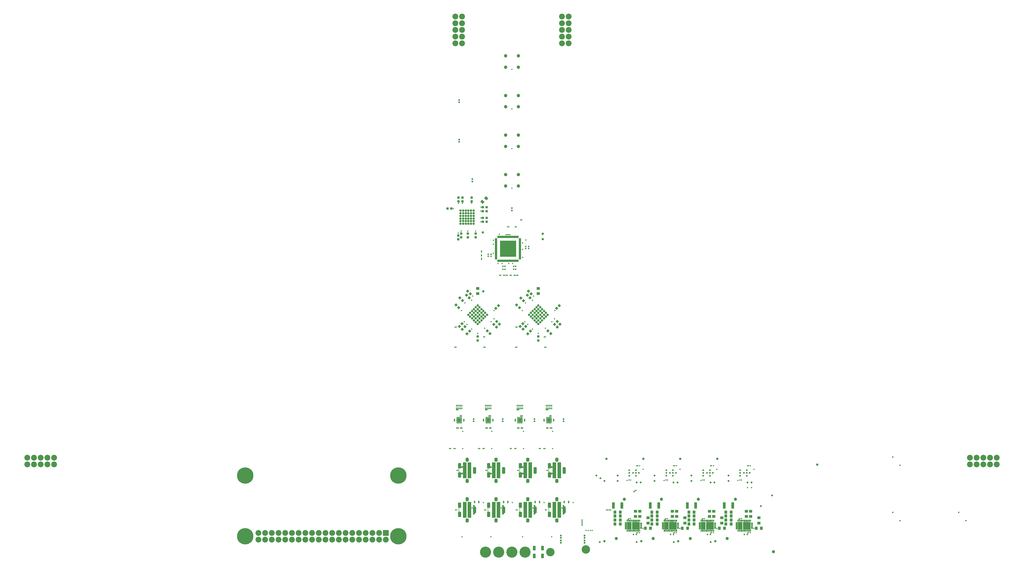
<source format=gbr>
%TF.GenerationSoftware,Altium Limited,Altium Designer,22.5.1 (42)*%
G04 Layer_Color=16711935*
%FSLAX26Y26*%
%MOIN*%
%TF.SameCoordinates,79F18A81-A5BF-4171-AD75-6FA3A7A6B408*%
%TF.FilePolarity,Negative*%
%TF.FileFunction,Soldermask,Bot*%
%TF.Part,Single*%
G01*
G75*
%TA.AperFunction,SMDPad,CuDef*%
%ADD13R,0.035433X0.033465*%
%ADD14R,0.023622X0.023622*%
%ADD15R,0.049213X0.039370*%
%ADD16R,0.023622X0.023622*%
%ADD19R,0.039370X0.070866*%
%ADD20R,0.043307X0.094488*%
%ADD21R,0.039370X0.049213*%
%ADD35R,0.033465X0.035433*%
G04:AMPARAMS|DCode=36|XSize=39.37mil|YSize=49.213mil|CornerRadius=0mil|HoleSize=0mil|Usage=FLASHONLY|Rotation=45.000|XOffset=0mil|YOffset=0mil|HoleType=Round|Shape=Rectangle|*
%AMROTATEDRECTD36*
4,1,4,0.003480,-0.031319,-0.031319,0.003480,-0.003480,0.031319,0.031319,-0.003480,0.003480,-0.031319,0.0*
%
%ADD36ROTATEDRECTD36*%

G04:AMPARAMS|DCode=83|XSize=33.465mil|YSize=35.433mil|CornerRadius=0mil|HoleSize=0mil|Usage=FLASHONLY|Rotation=315.000|XOffset=0mil|YOffset=0mil|HoleType=Round|Shape=Rectangle|*
%AMROTATEDRECTD83*
4,1,4,-0.024359,-0.000696,0.000696,0.024359,0.024359,0.000696,-0.000696,-0.024359,-0.024359,-0.000696,0.0*
%
%ADD83ROTATEDRECTD83*%

G04:AMPARAMS|DCode=84|XSize=33.465mil|YSize=35.433mil|CornerRadius=0mil|HoleSize=0mil|Usage=FLASHONLY|Rotation=225.000|XOffset=0mil|YOffset=0mil|HoleType=Round|Shape=Rectangle|*
%AMROTATEDRECTD84*
4,1,4,-0.000696,0.024359,0.024359,-0.000696,0.000696,-0.024359,-0.024359,0.000696,-0.000696,0.024359,0.0*
%
%ADD84ROTATEDRECTD84*%

%ADD102R,0.015874X0.031622*%
%ADD103R,0.068236X0.115087*%
%ADD104R,0.115087X0.115087*%
%ADD105R,0.031622X0.017843*%
%ADD106R,0.031622X0.015874*%
%ADD107R,0.035165X0.019024*%
%ADD108R,0.019024X0.035165*%
%ADD109R,0.244220X0.244220*%
%ADD110R,0.015874X0.026701*%
%ADD111R,0.015748X0.015748*%
G04:AMPARAMS|DCode=112|XSize=15.874mil|YSize=19.811mil|CornerRadius=4.984mil|HoleSize=0mil|Usage=FLASHONLY|Rotation=90.000|XOffset=0mil|YOffset=0mil|HoleType=Round|Shape=RoundedRectangle|*
%AMROUNDEDRECTD112*
21,1,0.015874,0.009843,0,0,90.0*
21,1,0.005906,0.019811,0,0,90.0*
1,1,0.009968,0.004921,0.002953*
1,1,0.009968,0.004921,-0.002953*
1,1,0.009968,-0.004921,-0.002953*
1,1,0.009968,-0.004921,0.002953*
%
%ADD112ROUNDEDRECTD112*%
G04:AMPARAMS|DCode=113|XSize=15.874mil|YSize=19.811mil|CornerRadius=4.984mil|HoleSize=0mil|Usage=FLASHONLY|Rotation=0.000|XOffset=0mil|YOffset=0mil|HoleType=Round|Shape=RoundedRectangle|*
%AMROUNDEDRECTD113*
21,1,0.015874,0.009843,0,0,0.0*
21,1,0.005906,0.019811,0,0,0.0*
1,1,0.009968,0.002953,-0.004921*
1,1,0.009968,-0.002953,-0.004921*
1,1,0.009968,-0.002953,0.004921*
1,1,0.009968,0.002953,0.004921*
%
%ADD113ROUNDEDRECTD113*%
G04:AMPARAMS|DCode=114|XSize=47.37mil|YSize=63.118mil|CornerRadius=4.984mil|HoleSize=0mil|Usage=FLASHONLY|Rotation=180.000|XOffset=0mil|YOffset=0mil|HoleType=Round|Shape=RoundedRectangle|*
%AMROUNDEDRECTD114*
21,1,0.047370,0.053150,0,0,180.0*
21,1,0.037402,0.063118,0,0,180.0*
1,1,0.009968,-0.018701,0.026575*
1,1,0.009968,0.018701,0.026575*
1,1,0.009968,0.018701,-0.026575*
1,1,0.009968,-0.018701,-0.026575*
%
%ADD114ROUNDEDRECTD114*%
%ADD115R,0.053276X0.019024*%
%TA.AperFunction,Conductor*%
%ADD116R,0.031622X0.018827*%
%ADD117R,0.018827X0.053276*%
%TA.AperFunction,ComponentPad*%
%ADD118C,0.086740*%
%ADD119R,0.086740X0.086740*%
%ADD120C,0.244220*%
%ADD121C,0.051307*%
G04:AMPARAMS|DCode=122|XSize=59.181mil|YSize=47.37mil|CornerRadius=13.842mil|HoleSize=0mil|Usage=FLASHONLY|Rotation=90.000|XOffset=0mil|YOffset=0mil|HoleType=Round|Shape=RoundedRectangle|*
%AMROUNDEDRECTD122*
21,1,0.059181,0.019685,0,0,90.0*
21,1,0.031496,0.047370,0,0,90.0*
1,1,0.027685,0.009843,0.015748*
1,1,0.027685,0.009843,-0.015748*
1,1,0.027685,-0.009843,-0.015748*
1,1,0.027685,-0.009843,0.015748*
%
%ADD122ROUNDEDRECTD122*%
G04:AMPARAMS|DCode=123|XSize=98.551mil|YSize=47.37mil|CornerRadius=13.842mil|HoleSize=0mil|Usage=FLASHONLY|Rotation=90.000|XOffset=0mil|YOffset=0mil|HoleType=Round|Shape=RoundedRectangle|*
%AMROUNDEDRECTD123*
21,1,0.098551,0.019685,0,0,90.0*
21,1,0.070866,0.047370,0,0,90.0*
1,1,0.027685,0.009843,0.035433*
1,1,0.027685,0.009843,-0.035433*
1,1,0.027685,-0.009843,-0.035433*
1,1,0.027685,-0.009843,0.035433*
%
%ADD123ROUNDEDRECTD123*%
G04:AMPARAMS|DCode=124|XSize=82.803mil|YSize=47.37mil|CornerRadius=13.842mil|HoleSize=0mil|Usage=FLASHONLY|Rotation=270.000|XOffset=0mil|YOffset=0mil|HoleType=Round|Shape=RoundedRectangle|*
%AMROUNDEDRECTD124*
21,1,0.082803,0.019685,0,0,270.0*
21,1,0.055118,0.047370,0,0,270.0*
1,1,0.027685,-0.009843,-0.027559*
1,1,0.027685,-0.009843,0.027559*
1,1,0.027685,0.009843,0.027559*
1,1,0.027685,0.009843,-0.027559*
%
%ADD124ROUNDEDRECTD124*%
%TA.AperFunction,ViaPad*%
%ADD125C,0.019811*%
%ADD126C,0.126110*%
%ADD127C,0.035559*%
%ADD128C,0.027685*%
%ADD129C,0.047370*%
%ADD130C,0.165480*%
%ADD131C,0.025716*%
%ADD132C,0.021779*%
D13*
X7273622Y8836614D02*
D03*
Y8779528D02*
D03*
X7332677Y8836614D02*
D03*
Y8779528D02*
D03*
X7470472Y8836614D02*
D03*
Y8779528D02*
D03*
X7411417Y8242126D02*
D03*
Y8299213D02*
D03*
X7268701Y8212598D02*
D03*
Y8269685D02*
D03*
X7529528Y8243110D02*
D03*
Y8300197D02*
D03*
X7312992Y8242126D02*
D03*
Y8299213D02*
D03*
X8464567Y6760827D02*
D03*
Y6703740D02*
D03*
X7559055Y6760827D02*
D03*
Y6703740D02*
D03*
D14*
X8125243Y7810039D02*
D03*
Y7766732D02*
D03*
X8095243Y7810039D02*
D03*
Y7766732D02*
D03*
X7967992Y7810039D02*
D03*
Y7766732D02*
D03*
X7937992Y7810039D02*
D03*
Y7766732D02*
D03*
D15*
X9913386Y4153543D02*
D03*
Y4074803D02*
D03*
X9976378Y4153543D02*
D03*
Y4074803D02*
D03*
X10464567Y4153543D02*
D03*
Y4074803D02*
D03*
X10649606Y4055118D02*
D03*
Y3976378D02*
D03*
X10527559Y4153543D02*
D03*
Y4074803D02*
D03*
X11078740Y4153543D02*
D03*
Y4074803D02*
D03*
X11015748Y4153543D02*
D03*
Y4074803D02*
D03*
X10098425Y4055118D02*
D03*
Y3976378D02*
D03*
X11200787Y4055118D02*
D03*
Y3976378D02*
D03*
X11566929Y4153543D02*
D03*
Y4074803D02*
D03*
X11629921Y4153543D02*
D03*
Y4074803D02*
D03*
X11751969Y4055118D02*
D03*
Y3976378D02*
D03*
X8464567Y7401575D02*
D03*
Y7480315D02*
D03*
X7559055Y7401575D02*
D03*
Y7480315D02*
D03*
D16*
X8277559Y8075520D02*
D03*
X8320866D02*
D03*
X10478346Y3807087D02*
D03*
X10435039D02*
D03*
X9927165D02*
D03*
X9883858D02*
D03*
X11029528D02*
D03*
X10986220D02*
D03*
X11580709D02*
D03*
X11537402D02*
D03*
X8320866Y8105520D02*
D03*
X8277559D02*
D03*
X7758858Y7987205D02*
D03*
X7715551D02*
D03*
X7758858Y7957205D02*
D03*
X7715551D02*
D03*
D19*
X8527559Y3602362D02*
D03*
X8401575D02*
D03*
X8527559Y3484252D02*
D03*
X8401575D02*
D03*
D20*
X9708661Y4238189D02*
D03*
X9582677D02*
D03*
X10259843D02*
D03*
X10133858D02*
D03*
X10811024D02*
D03*
X10685039D02*
D03*
X11362205D02*
D03*
X11236220D02*
D03*
D21*
X9606299Y3962598D02*
D03*
X9685039D02*
D03*
X9606299Y4021653D02*
D03*
X9685039D02*
D03*
X9606299Y4080709D02*
D03*
X9685039D02*
D03*
X9606299Y4139764D02*
D03*
X9685039D02*
D03*
X10157480Y3962598D02*
D03*
X10236220D02*
D03*
X10157480Y4139764D02*
D03*
X10236220D02*
D03*
X10157480Y4080709D02*
D03*
X10236220D02*
D03*
X10157480Y4021653D02*
D03*
X10236220D02*
D03*
X10688976Y3897638D02*
D03*
X10610236D02*
D03*
X10708661Y4021653D02*
D03*
X10787402D02*
D03*
X10708661Y3962598D02*
D03*
X10787402D02*
D03*
X10708661Y4139764D02*
D03*
X10787402D02*
D03*
X10708661Y4080709D02*
D03*
X10787402D02*
D03*
X10137795Y3897638D02*
D03*
X10059055D02*
D03*
X11240157D02*
D03*
X11161417D02*
D03*
X11259843Y4021654D02*
D03*
X11338583D02*
D03*
X11259843Y3962598D02*
D03*
X11338583D02*
D03*
X11259843Y4139764D02*
D03*
X11338583D02*
D03*
X11259843Y4080709D02*
D03*
X11338583D02*
D03*
X11791339Y3897638D02*
D03*
X11712598D02*
D03*
D35*
X7693898Y8631890D02*
D03*
X7636811D02*
D03*
X7692913Y8533465D02*
D03*
X7635827D02*
D03*
X7692913Y8474409D02*
D03*
X7635827D02*
D03*
X7110236Y8671260D02*
D03*
X7167323D02*
D03*
X7693898Y8690945D02*
D03*
X7636811D02*
D03*
D36*
X7685319Y8827051D02*
D03*
X7629641Y8771374D02*
D03*
D83*
X8746549Y6984750D02*
D03*
X8786915Y6944384D02*
D03*
X8242624Y7294777D02*
D03*
X8202258Y7335144D02*
D03*
X8357782Y7397140D02*
D03*
X8317415Y7437506D02*
D03*
X8705210Y6943412D02*
D03*
X8745577Y6903045D02*
D03*
X8607770Y6845971D02*
D03*
X8648136Y6805604D02*
D03*
X7333175Y7298714D02*
D03*
X7292809Y7339081D02*
D03*
X7702258Y6845971D02*
D03*
X7742624Y6805604D02*
D03*
X7799699Y6943412D02*
D03*
X7840065Y6903045D02*
D03*
X7843006Y6986719D02*
D03*
X7883372Y6946352D02*
D03*
X7451286Y7400092D02*
D03*
X7410919Y7440459D02*
D03*
X8339081Y7338084D02*
D03*
X8298714Y7378451D02*
D03*
X8181600Y7192415D02*
D03*
X8141234Y7232782D02*
D03*
X7433569Y7338084D02*
D03*
X7393203Y7378451D02*
D03*
X7276089Y7192415D02*
D03*
X7235722Y7232782D02*
D03*
D84*
X8275104Y6910931D02*
D03*
X8234738Y6870565D02*
D03*
X8233766Y6953254D02*
D03*
X8193399Y6912888D02*
D03*
X8346955Y6843018D02*
D03*
X8306588Y6802651D02*
D03*
X7368608Y6909947D02*
D03*
X7328242Y6869581D02*
D03*
X7439475Y6842034D02*
D03*
X7399108Y6801667D02*
D03*
X7327270Y6953254D02*
D03*
X7286903Y6912888D02*
D03*
X8735722Y7180604D02*
D03*
X8776089Y7220971D02*
D03*
X7830211Y7180604D02*
D03*
X7870577Y7220971D02*
D03*
D102*
X10448819Y3862205D02*
D03*
X10527559Y4011811D02*
D03*
X10511811D02*
D03*
X10480315D02*
D03*
X10464567D02*
D03*
X10448819D02*
D03*
X10433071D02*
D03*
X10417323D02*
D03*
X10401575D02*
D03*
X10385827D02*
D03*
X10370079D02*
D03*
X10354331D02*
D03*
X10338583D02*
D03*
Y3862205D02*
D03*
X10354331D02*
D03*
X10370079D02*
D03*
X10385827D02*
D03*
X10401575D02*
D03*
X10417323D02*
D03*
X10433071D02*
D03*
X10464567D02*
D03*
X10480315D02*
D03*
X10496063D02*
D03*
X10511811D02*
D03*
X10527559D02*
D03*
X10496063Y4011811D02*
D03*
X9897638Y3862205D02*
D03*
X9976378Y4011811D02*
D03*
X9960630D02*
D03*
X9929134D02*
D03*
X9913386D02*
D03*
X9897638D02*
D03*
X9881890D02*
D03*
X9866142D02*
D03*
X9850394D02*
D03*
X9834646D02*
D03*
X9818898D02*
D03*
X9803149D02*
D03*
X9787401D02*
D03*
Y3862205D02*
D03*
X9803149D02*
D03*
X9818898D02*
D03*
X9834646D02*
D03*
X9850394D02*
D03*
X9866142D02*
D03*
X9881890D02*
D03*
X9913386D02*
D03*
X9929134D02*
D03*
X9944882D02*
D03*
X9960630D02*
D03*
X9976378D02*
D03*
X9944882Y4011811D02*
D03*
X11000000Y3862205D02*
D03*
X11078740Y4011811D02*
D03*
X11062992D02*
D03*
X11031496D02*
D03*
X11015748D02*
D03*
X11000000D02*
D03*
X10984252D02*
D03*
X10968504D02*
D03*
X10952756D02*
D03*
X10937008D02*
D03*
X10921260D02*
D03*
X10905512D02*
D03*
X10889764D02*
D03*
Y3862205D02*
D03*
X10905512D02*
D03*
X10921260D02*
D03*
X10937008D02*
D03*
X10952756D02*
D03*
X10968504D02*
D03*
X10984252D02*
D03*
X11015748D02*
D03*
X11031496D02*
D03*
X11047244D02*
D03*
X11062992D02*
D03*
X11078740D02*
D03*
X11047244Y4011811D02*
D03*
X11551181Y3862205D02*
D03*
X11629921Y4011811D02*
D03*
X11614173D02*
D03*
X11582677D02*
D03*
X11566929D02*
D03*
X11551181D02*
D03*
X11535433D02*
D03*
X11519685D02*
D03*
X11503937D02*
D03*
X11488189D02*
D03*
X11472441D02*
D03*
X11456693D02*
D03*
X11440945D02*
D03*
Y3862205D02*
D03*
X11456693D02*
D03*
X11472441D02*
D03*
X11488189D02*
D03*
X11503937D02*
D03*
X11519685D02*
D03*
X11535433D02*
D03*
X11566929D02*
D03*
X11582677D02*
D03*
X11598425D02*
D03*
X11614173D02*
D03*
X11629921D02*
D03*
X11598425Y4011811D02*
D03*
D103*
X10371654Y3937008D02*
D03*
X9820472D02*
D03*
X10922835D02*
D03*
X11474016D02*
D03*
D104*
X10471063D02*
D03*
X9919882D02*
D03*
X11022244D02*
D03*
X11573425D02*
D03*
D105*
X10318898Y3981299D02*
D03*
Y3892717D02*
D03*
X9767717Y3981299D02*
D03*
Y3892717D02*
D03*
X10870079Y3981299D02*
D03*
Y3892717D02*
D03*
X11421260Y3981299D02*
D03*
Y3892717D02*
D03*
D106*
X10318898Y3962599D02*
D03*
Y3944882D02*
D03*
Y3929134D02*
D03*
Y3911417D02*
D03*
X10547244Y3897638D02*
D03*
Y3913386D02*
D03*
Y3929134D02*
D03*
Y3944882D02*
D03*
Y3960630D02*
D03*
Y3976378D02*
D03*
X9767717Y3962599D02*
D03*
Y3944882D02*
D03*
Y3929134D02*
D03*
Y3911417D02*
D03*
X9996063Y3897638D02*
D03*
Y3913386D02*
D03*
Y3929134D02*
D03*
Y3944882D02*
D03*
Y3960630D02*
D03*
Y3976378D02*
D03*
X10870079Y3962599D02*
D03*
Y3944882D02*
D03*
Y3929134D02*
D03*
Y3911417D02*
D03*
X11098425Y3897638D02*
D03*
Y3913386D02*
D03*
Y3929134D02*
D03*
Y3944882D02*
D03*
Y3960630D02*
D03*
Y3976378D02*
D03*
X11421260Y3962599D02*
D03*
Y3944882D02*
D03*
Y3929134D02*
D03*
Y3911417D02*
D03*
X11649606Y3897638D02*
D03*
Y3913386D02*
D03*
Y3929134D02*
D03*
Y3944882D02*
D03*
Y3960630D02*
D03*
Y3976378D02*
D03*
D107*
X8189958Y7923228D02*
D03*
Y7942913D02*
D03*
Y7962598D02*
D03*
Y7982283D02*
D03*
Y8001968D02*
D03*
Y8021654D02*
D03*
Y8041338D02*
D03*
Y8061024D02*
D03*
Y8218504D02*
D03*
Y8198819D02*
D03*
Y8179134D02*
D03*
Y8159449D02*
D03*
Y8139764D02*
D03*
Y8120079D02*
D03*
Y8100394D02*
D03*
Y8080709D02*
D03*
X7833659Y8218504D02*
D03*
Y8198819D02*
D03*
Y8179134D02*
D03*
Y8159449D02*
D03*
Y8139764D02*
D03*
Y8120079D02*
D03*
Y8100394D02*
D03*
Y8080709D02*
D03*
Y7923228D02*
D03*
Y7942913D02*
D03*
Y7962598D02*
D03*
Y7982283D02*
D03*
Y8001968D02*
D03*
Y8021654D02*
D03*
Y8041338D02*
D03*
Y8061024D02*
D03*
D108*
X8159446Y8249016D02*
D03*
X8139761D02*
D03*
X8120076D02*
D03*
X8100391D02*
D03*
X8080706D02*
D03*
X8061021D02*
D03*
X8041336D02*
D03*
X8021651D02*
D03*
X7864171D02*
D03*
X7883856D02*
D03*
X7903541D02*
D03*
X7923226D02*
D03*
X7942911D02*
D03*
X7962596D02*
D03*
X7982281D02*
D03*
X8001966D02*
D03*
X7864171Y7892717D02*
D03*
X7883856D02*
D03*
X7903541D02*
D03*
X7923226D02*
D03*
X7942911D02*
D03*
X7962596D02*
D03*
X7982281D02*
D03*
X8001966D02*
D03*
X8159446D02*
D03*
X8139761D02*
D03*
X8120076D02*
D03*
X8100391D02*
D03*
X8080706D02*
D03*
X8061021D02*
D03*
X8041336D02*
D03*
X8021651D02*
D03*
D109*
X8011809Y8070866D02*
D03*
D110*
X8661417Y5689961D02*
D03*
X8641732D02*
D03*
X8622047D02*
D03*
X8602362D02*
D03*
X8582677D02*
D03*
Y5727362D02*
D03*
X8602362D02*
D03*
X8622047D02*
D03*
X8641732D02*
D03*
X8661417D02*
D03*
X7322835Y5689961D02*
D03*
X7303150D02*
D03*
X7283465D02*
D03*
X7263780D02*
D03*
X7244095D02*
D03*
Y5727362D02*
D03*
X7263779D02*
D03*
X7283465D02*
D03*
X7303150D02*
D03*
X7322835D02*
D03*
X8228346Y5689961D02*
D03*
X8208662D02*
D03*
X8188976D02*
D03*
X8169291D02*
D03*
X8149606D02*
D03*
Y5727362D02*
D03*
X8169291D02*
D03*
X8188976D02*
D03*
X8208661D02*
D03*
X8228346D02*
D03*
X7755906Y5689961D02*
D03*
X7736221D02*
D03*
X7716535D02*
D03*
X7696850D02*
D03*
X7677165D02*
D03*
Y5727362D02*
D03*
X7696850D02*
D03*
X7716535D02*
D03*
X7736221D02*
D03*
X7755906D02*
D03*
D111*
X7280512Y4777559D02*
D03*
Y4750000D02*
D03*
X7247047Y4763779D02*
D03*
X8186024Y4187008D02*
D03*
Y4159449D02*
D03*
X8152559Y4173228D02*
D03*
X8186024Y4777559D02*
D03*
Y4750000D02*
D03*
X8152559Y4763779D02*
D03*
X7713583Y4777559D02*
D03*
Y4750000D02*
D03*
X7680118Y4763779D02*
D03*
X8619094Y4187008D02*
D03*
Y4159449D02*
D03*
X8585630Y4173228D02*
D03*
X7713583Y4187008D02*
D03*
Y4159449D02*
D03*
X7680118Y4173228D02*
D03*
X8619094Y4777559D02*
D03*
Y4750000D02*
D03*
X8585630Y4763779D02*
D03*
X7280512Y4187008D02*
D03*
Y4159449D02*
D03*
X7247047Y4173228D02*
D03*
D112*
X8222441Y5535433D02*
D03*
Y5519685D02*
D03*
Y5503937D02*
D03*
Y5488189D02*
D03*
X8155512D02*
D03*
Y5503937D02*
D03*
Y5519685D02*
D03*
Y5535433D02*
D03*
X8655512D02*
D03*
Y5519685D02*
D03*
Y5503937D02*
D03*
Y5488189D02*
D03*
X8588583D02*
D03*
Y5503937D02*
D03*
Y5519685D02*
D03*
Y5535433D02*
D03*
X7683071D02*
D03*
Y5519685D02*
D03*
Y5503937D02*
D03*
Y5488189D02*
D03*
X7750000D02*
D03*
Y5503937D02*
D03*
Y5519685D02*
D03*
Y5535433D02*
D03*
X7316929D02*
D03*
Y5519685D02*
D03*
Y5503937D02*
D03*
Y5488189D02*
D03*
X7250000D02*
D03*
Y5503937D02*
D03*
Y5519685D02*
D03*
Y5535433D02*
D03*
D113*
X8220472Y5470472D02*
D03*
X8204724D02*
D03*
X8188976D02*
D03*
X8173228D02*
D03*
X8157480D02*
D03*
Y5553150D02*
D03*
X8173228D02*
D03*
X8188976D02*
D03*
X8204724D02*
D03*
X8220472D02*
D03*
X8653543Y5470472D02*
D03*
X8637795D02*
D03*
X8622047D02*
D03*
X8606299D02*
D03*
X8590551D02*
D03*
Y5553150D02*
D03*
X8606299D02*
D03*
X8622047D02*
D03*
X8637795D02*
D03*
X8653543D02*
D03*
X7748032D02*
D03*
X7732283D02*
D03*
X7716535D02*
D03*
X7700788D02*
D03*
X7685039D02*
D03*
Y5470472D02*
D03*
X7700788D02*
D03*
X7716535D02*
D03*
X7732283D02*
D03*
X7748032D02*
D03*
X7314961D02*
D03*
X7299213D02*
D03*
X7283465D02*
D03*
X7267717D02*
D03*
X7251968D02*
D03*
Y5553150D02*
D03*
X7267717D02*
D03*
X7283465D02*
D03*
X7299213D02*
D03*
X7314961D02*
D03*
D114*
X8188976Y5511811D02*
D03*
X8622047D02*
D03*
X7716535D02*
D03*
X7283465D02*
D03*
D115*
X7437992Y4655512D02*
D03*
Y4675197D02*
D03*
Y4694882D02*
D03*
Y4714567D02*
D03*
Y4734252D02*
D03*
Y4753937D02*
D03*
Y4773622D02*
D03*
Y4793307D02*
D03*
Y4812992D02*
D03*
Y4832677D02*
D03*
Y4852362D02*
D03*
Y4872047D02*
D03*
X7365158D02*
D03*
Y4852362D02*
D03*
Y4832677D02*
D03*
Y4812992D02*
D03*
Y4793307D02*
D03*
Y4773622D02*
D03*
Y4753937D02*
D03*
Y4734252D02*
D03*
Y4714567D02*
D03*
Y4694882D02*
D03*
Y4675197D02*
D03*
Y4655512D02*
D03*
X8343504Y4064961D02*
D03*
Y4084646D02*
D03*
Y4104331D02*
D03*
Y4124016D02*
D03*
Y4143701D02*
D03*
Y4163386D02*
D03*
Y4183071D02*
D03*
Y4202756D02*
D03*
Y4222441D02*
D03*
Y4242126D02*
D03*
Y4261811D02*
D03*
Y4281496D02*
D03*
X8270669D02*
D03*
Y4261811D02*
D03*
Y4242126D02*
D03*
Y4222441D02*
D03*
Y4202756D02*
D03*
Y4183071D02*
D03*
Y4163386D02*
D03*
Y4143701D02*
D03*
Y4124016D02*
D03*
Y4104331D02*
D03*
Y4084646D02*
D03*
Y4064961D02*
D03*
X8776575Y4655512D02*
D03*
Y4675197D02*
D03*
Y4694882D02*
D03*
Y4714567D02*
D03*
Y4734252D02*
D03*
Y4753937D02*
D03*
Y4773622D02*
D03*
Y4793307D02*
D03*
Y4812992D02*
D03*
Y4832677D02*
D03*
Y4852362D02*
D03*
Y4872047D02*
D03*
X8703740D02*
D03*
Y4852362D02*
D03*
Y4832677D02*
D03*
Y4812992D02*
D03*
Y4793307D02*
D03*
Y4773622D02*
D03*
Y4753937D02*
D03*
Y4734252D02*
D03*
Y4714567D02*
D03*
Y4694882D02*
D03*
Y4675197D02*
D03*
Y4655512D02*
D03*
X8343504D02*
D03*
Y4675197D02*
D03*
Y4694882D02*
D03*
Y4714567D02*
D03*
Y4734252D02*
D03*
Y4753937D02*
D03*
Y4773622D02*
D03*
Y4793307D02*
D03*
Y4812992D02*
D03*
Y4832677D02*
D03*
Y4852362D02*
D03*
Y4872047D02*
D03*
X8270669D02*
D03*
Y4852362D02*
D03*
Y4832677D02*
D03*
Y4812992D02*
D03*
Y4793307D02*
D03*
Y4773622D02*
D03*
Y4753937D02*
D03*
Y4734252D02*
D03*
Y4714567D02*
D03*
Y4694882D02*
D03*
Y4675197D02*
D03*
Y4655512D02*
D03*
X8776575Y4064961D02*
D03*
Y4084646D02*
D03*
Y4104331D02*
D03*
Y4124016D02*
D03*
Y4143701D02*
D03*
Y4163386D02*
D03*
Y4183071D02*
D03*
Y4202756D02*
D03*
Y4222441D02*
D03*
Y4242126D02*
D03*
Y4261811D02*
D03*
Y4281496D02*
D03*
X8703740D02*
D03*
Y4261811D02*
D03*
Y4242126D02*
D03*
Y4222441D02*
D03*
Y4202756D02*
D03*
Y4183071D02*
D03*
Y4163386D02*
D03*
Y4143701D02*
D03*
Y4124016D02*
D03*
Y4104331D02*
D03*
Y4084646D02*
D03*
Y4064961D02*
D03*
X7871063D02*
D03*
Y4084646D02*
D03*
Y4104331D02*
D03*
Y4124016D02*
D03*
Y4143701D02*
D03*
Y4163386D02*
D03*
Y4183071D02*
D03*
Y4202756D02*
D03*
Y4222441D02*
D03*
Y4242126D02*
D03*
Y4261811D02*
D03*
Y4281496D02*
D03*
X7798228D02*
D03*
Y4261811D02*
D03*
Y4242126D02*
D03*
Y4222441D02*
D03*
Y4202756D02*
D03*
Y4183071D02*
D03*
Y4163386D02*
D03*
Y4143701D02*
D03*
Y4124016D02*
D03*
Y4104331D02*
D03*
Y4084646D02*
D03*
Y4064961D02*
D03*
X7871063Y4655512D02*
D03*
Y4675197D02*
D03*
Y4694882D02*
D03*
Y4714567D02*
D03*
Y4734252D02*
D03*
Y4753937D02*
D03*
Y4773622D02*
D03*
Y4793307D02*
D03*
Y4812992D02*
D03*
Y4832677D02*
D03*
Y4852362D02*
D03*
Y4872047D02*
D03*
X7798228D02*
D03*
Y4852362D02*
D03*
Y4832677D02*
D03*
Y4812992D02*
D03*
Y4793307D02*
D03*
Y4773622D02*
D03*
Y4753937D02*
D03*
Y4734252D02*
D03*
Y4714567D02*
D03*
Y4694882D02*
D03*
Y4675197D02*
D03*
Y4655512D02*
D03*
X7437992Y4064961D02*
D03*
Y4084646D02*
D03*
Y4104331D02*
D03*
Y4124016D02*
D03*
Y4143701D02*
D03*
Y4163386D02*
D03*
Y4183071D02*
D03*
Y4202756D02*
D03*
Y4222441D02*
D03*
Y4242126D02*
D03*
Y4261811D02*
D03*
Y4281496D02*
D03*
X7365158D02*
D03*
Y4261811D02*
D03*
Y4242126D02*
D03*
Y4222441D02*
D03*
Y4202756D02*
D03*
Y4183071D02*
D03*
Y4163386D02*
D03*
Y4143701D02*
D03*
Y4124016D02*
D03*
Y4104331D02*
D03*
Y4084646D02*
D03*
Y4064961D02*
D03*
D116*
X10440952Y4005413D02*
D03*
X10472441Y4005420D02*
D03*
X9889765Y4005413D02*
D03*
X9921260Y4005415D02*
D03*
X10992134Y4005413D02*
D03*
X11023622Y4005421D02*
D03*
X11543315Y4005413D02*
D03*
X11574803Y4005420D02*
D03*
D117*
X10325292Y3910433D02*
D03*
Y3963583D02*
D03*
X9774108Y3910433D02*
D03*
Y3963583D02*
D03*
X10876474Y3910433D02*
D03*
Y3963583D02*
D03*
X11427655Y3910433D02*
D03*
Y3963583D02*
D03*
D118*
X5288543Y3830000D02*
D03*
X5188543D02*
D03*
X5088543D02*
D03*
X943307Y4851575D02*
D03*
X1143307D02*
D03*
X1043307D02*
D03*
X843307Y4951575D02*
D03*
X943307D02*
D03*
X1043307D02*
D03*
X1143307D02*
D03*
X1243307D02*
D03*
Y4851575D02*
D03*
X843307D02*
D03*
X7225591Y11538583D02*
D03*
Y11438583D02*
D03*
Y11338583D02*
D03*
Y11238583D02*
D03*
Y11138583D02*
D03*
X7325591D02*
D03*
Y11238583D02*
D03*
Y11338583D02*
D03*
Y11438583D02*
D03*
Y11538583D02*
D03*
X14898425Y4951575D02*
D03*
X14998425D02*
D03*
X15098425D02*
D03*
X15198425D02*
D03*
X15298425D02*
D03*
Y4851575D02*
D03*
X15198425D02*
D03*
X15098425D02*
D03*
X14998425D02*
D03*
X14898425D02*
D03*
X8916142Y11138583D02*
D03*
Y11238583D02*
D03*
Y11338583D02*
D03*
Y11438583D02*
D03*
Y11538583D02*
D03*
X8816142D02*
D03*
Y11438583D02*
D03*
Y11338583D02*
D03*
Y11238583D02*
D03*
Y11138583D02*
D03*
X6188543Y3730000D02*
D03*
X6088543Y3830000D02*
D03*
Y3730000D02*
D03*
X5988543Y3830000D02*
D03*
Y3730000D02*
D03*
X5888543Y3830000D02*
D03*
Y3730000D02*
D03*
X5788543Y3830000D02*
D03*
Y3730000D02*
D03*
X5688543Y3830000D02*
D03*
Y3730000D02*
D03*
X5588543Y3830000D02*
D03*
Y3730000D02*
D03*
X5488543Y3830000D02*
D03*
Y3730000D02*
D03*
X5388543Y3830000D02*
D03*
Y3730000D02*
D03*
X5288543D02*
D03*
X5188543D02*
D03*
X5088543D02*
D03*
X4988543Y3830000D02*
D03*
Y3730000D02*
D03*
X4888543Y3830000D02*
D03*
Y3730000D02*
D03*
X4788543Y3830000D02*
D03*
Y3730000D02*
D03*
X4688543Y3830000D02*
D03*
Y3730000D02*
D03*
X4588543Y3830000D02*
D03*
Y3730000D02*
D03*
X4488543Y3830000D02*
D03*
Y3730000D02*
D03*
X4388543Y3830000D02*
D03*
Y3730000D02*
D03*
X4288543Y3830000D02*
D03*
Y3730000D02*
D03*
D119*
X6188543Y3830000D02*
D03*
D120*
X6377953Y3779528D02*
D03*
X6377953Y4685039D02*
D03*
X4094488D02*
D03*
Y3779528D02*
D03*
D121*
X8165354Y10781496D02*
D03*
X7976378D02*
D03*
Y10950787D02*
D03*
X8165354D02*
D03*
Y10190945D02*
D03*
X7976378D02*
D03*
Y10360236D02*
D03*
X8165354D02*
D03*
Y9600394D02*
D03*
X7976378D02*
D03*
Y9769685D02*
D03*
X8165354D02*
D03*
Y9009843D02*
D03*
X7976378D02*
D03*
Y9179134D02*
D03*
X8165354D02*
D03*
D122*
X7401575Y4605905D02*
D03*
Y4921653D02*
D03*
X8307087Y4015354D02*
D03*
Y4331102D02*
D03*
X8740157Y4605905D02*
D03*
Y4921653D02*
D03*
X8307087Y4605905D02*
D03*
Y4921653D02*
D03*
X8740157Y4015354D02*
D03*
Y4331102D02*
D03*
X7834646Y4015354D02*
D03*
Y4331102D02*
D03*
Y4605905D02*
D03*
Y4921653D02*
D03*
X7401575Y4015354D02*
D03*
Y4331102D02*
D03*
D123*
X7511811Y4763779D02*
D03*
X8417323Y4173228D02*
D03*
X8850394Y4763779D02*
D03*
X8417323D02*
D03*
X8850394Y4173228D02*
D03*
X7944882D02*
D03*
Y4763779D02*
D03*
X7511811Y4173228D02*
D03*
D124*
X7291339Y4694882D02*
D03*
Y4832677D02*
D03*
X8196850Y4104331D02*
D03*
Y4242126D02*
D03*
X8629921Y4694882D02*
D03*
Y4832677D02*
D03*
X8196850Y4694882D02*
D03*
Y4832677D02*
D03*
X8629921Y4104331D02*
D03*
Y4242126D02*
D03*
X7724409Y4104331D02*
D03*
Y4242126D02*
D03*
Y4694882D02*
D03*
Y4832677D02*
D03*
X7291339Y4104331D02*
D03*
Y4242126D02*
D03*
D125*
X7615158Y7928147D02*
D03*
Y7912399D02*
D03*
X9115157Y3942913D02*
D03*
Y4021653D02*
D03*
X11641732Y4503937D02*
D03*
X11582677D02*
D03*
X9115157Y4001968D02*
D03*
Y3982284D02*
D03*
Y3962598D02*
D03*
X11582677Y3827756D02*
D03*
X11031496D02*
D03*
X10480315D02*
D03*
X9929134D02*
D03*
X11582677Y4833661D02*
D03*
X11031496D02*
D03*
X10480315D02*
D03*
X9929134D02*
D03*
X11440945Y4612205D02*
D03*
X10889764D02*
D03*
X10338583D02*
D03*
X9787402D02*
D03*
X9803149Y4030512D02*
D03*
X10354331D02*
D03*
X10905512D02*
D03*
X11456693D02*
D03*
X9889764Y4442303D02*
D03*
X9904528Y4454646D02*
D03*
X9919291Y4466988D02*
D03*
X11676181Y3897106D02*
D03*
X11125000D02*
D03*
X10573819D02*
D03*
X10022638D02*
D03*
X9267717Y3867126D02*
D03*
X9240157D02*
D03*
X9206693D02*
D03*
X9542323Y4173228D02*
D03*
X9500984D02*
D03*
X9521654D02*
D03*
X9480315D02*
D03*
X11679134Y4779528D02*
D03*
X11127953D02*
D03*
X10576772D02*
D03*
X9176181Y3867126D02*
D03*
X10025591Y4779528D02*
D03*
X7230315Y4173228D02*
D03*
X7336614Y5346457D02*
D03*
X7336614Y5088583D02*
D03*
X7769685Y5346457D02*
D03*
X7769685Y5088583D02*
D03*
X8242126Y5346457D02*
D03*
X8242126Y5088583D02*
D03*
X8675197D02*
D03*
X8675197Y5346457D02*
D03*
X8703740Y4734252D02*
D03*
X8270669D02*
D03*
X7798228D02*
D03*
X7365158D02*
D03*
X7643701Y4281496D02*
D03*
X8076772D02*
D03*
X8549213D02*
D03*
X8982283D02*
D03*
X11468504Y4618110D02*
D03*
X11492126D02*
D03*
X10917323D02*
D03*
X10940945D02*
D03*
X10366142D02*
D03*
X10389764D02*
D03*
X9838583D02*
D03*
X9814960D02*
D03*
X9944882Y4830709D02*
D03*
X9972441D02*
D03*
X10496063D02*
D03*
X10523622D02*
D03*
X11598425D02*
D03*
X11625984D02*
D03*
X11074803D02*
D03*
X11047244D02*
D03*
X8663386Y3772638D02*
D03*
X8230315D02*
D03*
X7757874D02*
D03*
X7324803D02*
D03*
X7477362Y4202756D02*
D03*
X7910433D02*
D03*
X8382874D02*
D03*
X8815945D02*
D03*
X10389764Y4043307D02*
D03*
X10366142D02*
D03*
X10496063Y3830709D02*
D03*
X10523622D02*
D03*
X9972441D02*
D03*
X9944882D02*
D03*
X11625984D02*
D03*
X11598425D02*
D03*
X11047244D02*
D03*
X11074803D02*
D03*
X9814960Y4043307D02*
D03*
X9838583D02*
D03*
X10917323D02*
D03*
X10940945D02*
D03*
X11492126D02*
D03*
X11468504D02*
D03*
X8215551Y8500984D02*
D03*
X8199803D02*
D03*
X8023622Y8398622D02*
D03*
X8007874D02*
D03*
X8133858D02*
D03*
X8118110D02*
D03*
X8070866Y8976378D02*
D03*
Y9566929D02*
D03*
Y10157480D02*
D03*
Y10748031D02*
D03*
X8041339Y8280512D02*
D03*
X8021654D02*
D03*
X8001969D02*
D03*
X7982283D02*
D03*
X7470472Y8750984D02*
D03*
X7268701Y8307087D02*
D03*
X7332677Y8750000D02*
D03*
X7273622D02*
D03*
X7194882Y8671260D02*
D03*
X7312992Y8336614D02*
D03*
X7411417D02*
D03*
X7529528D02*
D03*
X7608268Y8474409D02*
D03*
Y8533465D02*
D03*
Y8631890D02*
D03*
Y8690945D02*
D03*
X8279557Y8201570D02*
D03*
X8231297Y8061026D02*
D03*
X7792320Y8198817D02*
D03*
Y8139761D02*
D03*
Y8001966D02*
D03*
X7923228Y7851378D02*
D03*
X8021654D02*
D03*
X8080709D02*
D03*
X8231297Y7942916D02*
D03*
Y8159451D02*
D03*
X7883853Y8290354D02*
D03*
X7864173Y7851378D02*
D03*
X8776575Y4163386D02*
D03*
Y4183071D02*
D03*
X8703740Y4163386D02*
D03*
Y4183071D02*
D03*
X8343504Y4163386D02*
D03*
Y4183071D02*
D03*
X8270669Y4163386D02*
D03*
Y4183071D02*
D03*
X7871063Y4163386D02*
D03*
Y4183071D02*
D03*
X7798228Y4163386D02*
D03*
Y4183071D02*
D03*
X8569882Y6756890D02*
D03*
X8263920Y6983128D02*
D03*
X8305678Y6941370D02*
D03*
X8375275Y6871773D02*
D03*
X8568053Y6885967D02*
D03*
X8665489Y6983403D02*
D03*
X8707248Y7025161D02*
D03*
X8392717Y7365158D02*
D03*
X8273622Y7262795D02*
D03*
X8708662Y7149606D02*
D03*
X8464567Y6808226D02*
D03*
X8375000Y7301181D02*
D03*
X8221887Y7148068D02*
D03*
X7368110Y7263779D02*
D03*
X7487205Y7365158D02*
D03*
X7801736Y7025161D02*
D03*
X7759977Y6983403D02*
D03*
X7662541Y6885967D02*
D03*
X7469763Y6871773D02*
D03*
X7400166Y6941370D02*
D03*
X7358408Y6983128D02*
D03*
X8221886Y7148067D02*
D03*
X7316374D02*
D03*
X8375000Y7301181D02*
D03*
X7469488D02*
D03*
X8708661Y7149606D02*
D03*
X8464567Y6808226D02*
D03*
X7559055D02*
D03*
X7803150Y7149606D02*
D03*
X7615155Y7964567D02*
D03*
Y7980315D02*
D03*
Y8023622D02*
D03*
Y8039370D02*
D03*
X7885824Y7674213D02*
D03*
X7901572D02*
D03*
X7944880D02*
D03*
X7960627D02*
D03*
X7984250D02*
D03*
X7999998D02*
D03*
X8141730D02*
D03*
X8157478D02*
D03*
X8102360D02*
D03*
X8118108D02*
D03*
X8059053D02*
D03*
X8043305D02*
D03*
X7224410Y6901575D02*
D03*
X7240158D02*
D03*
X7220472Y6603347D02*
D03*
X7236221D02*
D03*
X7669291D02*
D03*
X7653543D02*
D03*
X7648622Y6756890D02*
D03*
X7664370D02*
D03*
X8554134D02*
D03*
X8559055Y6603347D02*
D03*
X8574803D02*
D03*
X8141732D02*
D03*
X8125984D02*
D03*
X8145669Y6901575D02*
D03*
X8129921D02*
D03*
X8776575Y4104331D02*
D03*
Y4084646D02*
D03*
Y4261811D02*
D03*
Y4242126D02*
D03*
X8703740Y4104331D02*
D03*
Y4084646D02*
D03*
Y4242126D02*
D03*
Y4261811D02*
D03*
X8343504Y4104331D02*
D03*
Y4084646D02*
D03*
Y4261811D02*
D03*
Y4242126D02*
D03*
X8270669Y4104331D02*
D03*
Y4084646D02*
D03*
Y4242126D02*
D03*
Y4261811D02*
D03*
X7871063Y4104331D02*
D03*
Y4084646D02*
D03*
Y4261811D02*
D03*
Y4242126D02*
D03*
X7798228Y4104331D02*
D03*
Y4084646D02*
D03*
Y4242126D02*
D03*
Y4261811D02*
D03*
X8494094Y5088583D02*
D03*
X8478346D02*
D03*
X8061024D02*
D03*
X8045276D02*
D03*
X7155512D02*
D03*
X7139764D02*
D03*
X7572835D02*
D03*
X7588583D02*
D03*
X8703740Y4773622D02*
D03*
Y4753937D02*
D03*
X8776575Y4773622D02*
D03*
Y4753937D02*
D03*
X8545709Y5089567D02*
D03*
X8561457D02*
D03*
X8270669Y4773622D02*
D03*
Y4753937D02*
D03*
X8343504Y4773622D02*
D03*
Y4753937D02*
D03*
X8112638Y5089567D02*
D03*
X8128386D02*
D03*
X7798228Y4773622D02*
D03*
Y4753937D02*
D03*
X7871063Y4773622D02*
D03*
Y4753937D02*
D03*
X7640197Y5089567D02*
D03*
X7655945D02*
D03*
X7222874D02*
D03*
X7207126D02*
D03*
X8602362Y4763779D02*
D03*
X8169291D02*
D03*
X7696850D02*
D03*
X8568898Y4173228D02*
D03*
X8135827D02*
D03*
X7663386D02*
D03*
X7263779Y4763779D02*
D03*
X7365158Y4183071D02*
D03*
Y4163386D02*
D03*
X7437992Y4183071D02*
D03*
Y4163386D02*
D03*
X7365158Y4261811D02*
D03*
Y4242126D02*
D03*
Y4084646D02*
D03*
Y4104331D02*
D03*
X7437992Y4242126D02*
D03*
Y4261811D02*
D03*
Y4084646D02*
D03*
Y4104331D02*
D03*
X8703740Y4832677D02*
D03*
Y4852362D02*
D03*
X8776575Y4832677D02*
D03*
Y4852362D02*
D03*
X8703740Y4675197D02*
D03*
Y4694882D02*
D03*
X8776575Y4675197D02*
D03*
Y4694882D02*
D03*
X8270669Y4832677D02*
D03*
Y4852362D02*
D03*
X8343504Y4832677D02*
D03*
Y4852362D02*
D03*
X8270669Y4675197D02*
D03*
Y4694882D02*
D03*
X8343504Y4675197D02*
D03*
Y4694882D02*
D03*
X7798228Y4832677D02*
D03*
Y4852362D02*
D03*
X7871063Y4832677D02*
D03*
Y4852362D02*
D03*
X7798228Y4675197D02*
D03*
Y4694882D02*
D03*
X7871063Y4675197D02*
D03*
Y4694882D02*
D03*
X7437992D02*
D03*
Y4675197D02*
D03*
X7365158Y4694882D02*
D03*
Y4675197D02*
D03*
X7437992Y4852362D02*
D03*
Y4832677D02*
D03*
X7365158Y4852362D02*
D03*
Y4832677D02*
D03*
X7437992Y4753937D02*
D03*
Y4773622D02*
D03*
X7365158Y4753937D02*
D03*
Y4773622D02*
D03*
D126*
X8641732Y3543307D02*
D03*
X9173228Y3582677D02*
D03*
D127*
X12624016Y4848425D02*
D03*
X8527559Y3484252D02*
D03*
X8401575D02*
D03*
X8527559Y3602362D02*
D03*
X8401575D02*
D03*
X11131891Y4937008D02*
D03*
X9478347D02*
D03*
X10029528D02*
D03*
X10580709D02*
D03*
X9448819Y3704724D02*
D03*
X10000000D02*
D03*
X10551181D02*
D03*
X11102362D02*
D03*
X7635827Y8314961D02*
D03*
X7642717Y7435039D02*
D03*
X8530512Y8214567D02*
D03*
Y8295276D02*
D03*
X8031494Y8090551D02*
D03*
Y8129921D02*
D03*
Y8169291D02*
D03*
X7992124Y8090551D02*
D03*
Y8129921D02*
D03*
Y8169291D02*
D03*
X7952753Y8090551D02*
D03*
Y8129921D02*
D03*
Y8169291D02*
D03*
X7913383Y8090551D02*
D03*
Y8129921D02*
D03*
Y8169291D02*
D03*
X8070864Y8090551D02*
D03*
Y8129921D02*
D03*
Y8169291D02*
D03*
X8110234D02*
D03*
Y8129921D02*
D03*
Y8090551D02*
D03*
X7992124Y8051181D02*
D03*
Y8011811D02*
D03*
Y7972441D02*
D03*
X8031494Y8051181D02*
D03*
Y8011811D02*
D03*
Y7972441D02*
D03*
X8070864Y8051181D02*
D03*
Y8011811D02*
D03*
Y7972441D02*
D03*
X8110234Y8051181D02*
D03*
Y8011811D02*
D03*
Y7972441D02*
D03*
X7952753Y8051181D02*
D03*
Y8011811D02*
D03*
Y7972441D02*
D03*
X7913383D02*
D03*
Y8011811D02*
D03*
Y8051181D02*
D03*
X7421260Y8641732D02*
D03*
X7460630D02*
D03*
X7500000D02*
D03*
Y8602362D02*
D03*
X7460630D02*
D03*
X7421260D02*
D03*
X7500000Y8444882D02*
D03*
X7460630D02*
D03*
X7421260D02*
D03*
X7500000Y8484252D02*
D03*
X7460630D02*
D03*
X7421260D02*
D03*
X7500000Y8523622D02*
D03*
X7460630D02*
D03*
X7421260D02*
D03*
X7500000Y8562992D02*
D03*
X7460630D02*
D03*
X7421260D02*
D03*
X7381890Y8444882D02*
D03*
X7342520D02*
D03*
X7303150D02*
D03*
Y8484252D02*
D03*
X7342520D02*
D03*
X7381890D02*
D03*
X7303150Y8641732D02*
D03*
X7342520D02*
D03*
X7381890D02*
D03*
X7303150Y8602362D02*
D03*
X7342520D02*
D03*
X7381890D02*
D03*
X7303150Y8562992D02*
D03*
X7342520D02*
D03*
X7381890D02*
D03*
X7303150Y8523622D02*
D03*
X7342520D02*
D03*
X7381890D02*
D03*
X8520245Y7003098D02*
D03*
X8492406Y6975259D02*
D03*
X8464567Y6947420D02*
D03*
X8436728Y6975259D02*
D03*
X8464567Y7003098D02*
D03*
X8492406Y7030936D02*
D03*
X8325373Y7086614D02*
D03*
X8353211Y7114453D02*
D03*
X8381050Y7142292D02*
D03*
X8353211Y7058775D02*
D03*
X8381050Y7086614D02*
D03*
X8408889Y7114453D02*
D03*
X8381050Y7030936D02*
D03*
X8408889Y7058775D02*
D03*
X8436728Y7086614D02*
D03*
X8408889Y7003098D02*
D03*
X8436728Y7030936D02*
D03*
X8464567Y7058775D02*
D03*
X8408889Y7170131D02*
D03*
X8436728Y7197970D02*
D03*
X8464567Y7225809D02*
D03*
X8492406Y7197970D02*
D03*
X8464567Y7170131D02*
D03*
X8436728Y7142292D02*
D03*
X8603761Y7086614D02*
D03*
X8575922Y7058775D02*
D03*
X8548083Y7030936D02*
D03*
X8575922Y7114453D02*
D03*
X8548083Y7086614D02*
D03*
X8520245Y7058775D02*
D03*
X8548083Y7142292D02*
D03*
X8520245Y7114453D02*
D03*
X8492406Y7086614D02*
D03*
X8520245Y7170131D02*
D03*
X8492406Y7142292D02*
D03*
X8464567Y7114453D02*
D03*
X7614733Y7003098D02*
D03*
X7586894Y6975259D02*
D03*
X7559055Y6947420D02*
D03*
X7531216Y6975259D02*
D03*
X7559055Y7003098D02*
D03*
X7586894Y7030936D02*
D03*
X7419861Y7086614D02*
D03*
X7447700Y7114453D02*
D03*
X7475539Y7142292D02*
D03*
X7447700Y7058775D02*
D03*
X7475539Y7086614D02*
D03*
X7503377Y7114453D02*
D03*
X7475539Y7030936D02*
D03*
X7503377Y7058775D02*
D03*
X7531216Y7086614D02*
D03*
X7503377Y7003098D02*
D03*
X7531216Y7030936D02*
D03*
X7559055Y7058775D02*
D03*
X7503377Y7170131D02*
D03*
X7531216Y7197970D02*
D03*
X7559055Y7225809D02*
D03*
X7586894Y7197970D02*
D03*
X7559055Y7170131D02*
D03*
X7531216Y7142292D02*
D03*
X7698249Y7086614D02*
D03*
X7670410Y7058775D02*
D03*
X7642572Y7030936D02*
D03*
X7670410Y7114453D02*
D03*
X7642572Y7086614D02*
D03*
X7614733Y7058775D02*
D03*
X7642572Y7142292D02*
D03*
X7614733Y7114453D02*
D03*
X7586894Y7086614D02*
D03*
X7614733Y7170131D02*
D03*
X7586894Y7142292D02*
D03*
X7559055Y7114453D02*
D03*
D128*
X11948819Y4389764D02*
D03*
X11299213Y4606299D02*
D03*
Y4685039D02*
D03*
X10748031Y4606299D02*
D03*
Y4685039D02*
D03*
X10196850Y4606299D02*
D03*
Y4685039D02*
D03*
X9645669D02*
D03*
Y4606299D02*
D03*
X9448819D02*
D03*
X9389764Y4645669D02*
D03*
X9330709Y4685039D02*
D03*
X9929134Y4582677D02*
D03*
X9988189D02*
D03*
X11582677D02*
D03*
X11641732D02*
D03*
X11031496D02*
D03*
X11090551D02*
D03*
X10539370D02*
D03*
X10480315D02*
D03*
X11783465Y4228346D02*
D03*
X9913386Y4074803D02*
D03*
X9976378Y4074803D02*
D03*
X10464567Y4074803D02*
D03*
X10527559Y4074803D02*
D03*
X11015748D02*
D03*
X11078740Y4074803D02*
D03*
X11629922Y4074803D02*
D03*
X11566929Y4074803D02*
D03*
X7757874Y4714567D02*
D03*
D03*
Y4812992D02*
D03*
D03*
X9931102Y3690945D02*
D03*
X9379921D02*
D03*
X10482283D02*
D03*
X11033465D02*
D03*
X8840551Y4114173D02*
D03*
Y4232283D02*
D03*
X8407480Y4114173D02*
D03*
Y4232283D02*
D03*
X7935039Y4114173D02*
D03*
Y4232283D02*
D03*
X7501968D02*
D03*
Y4114173D02*
D03*
X9153543Y3753937D02*
D03*
Y3716535D02*
D03*
Y3683071D02*
D03*
Y3787402D02*
D03*
X7324803Y4714567D02*
D03*
D03*
Y4812992D02*
D03*
D03*
X8230315Y4714567D02*
D03*
D03*
Y4812992D02*
D03*
D03*
X8663386D02*
D03*
D03*
Y4714567D02*
D03*
D03*
X8799213Y3787402D02*
D03*
Y3683071D02*
D03*
Y3716535D02*
D03*
Y3753937D02*
D03*
D129*
X11968504Y3547244D02*
D03*
X9748031Y4330709D02*
D03*
X10850394D02*
D03*
X9748031D02*
D03*
X10299213D02*
D03*
X11401575D02*
D03*
X9708661Y4238189D02*
D03*
X10259843D02*
D03*
X10811024D02*
D03*
X11362205D02*
D03*
X9625984Y3746063D02*
D03*
X10177165D02*
D03*
X10728346D02*
D03*
X11279528D02*
D03*
D130*
X8267717Y3543307D02*
D03*
X8070866D02*
D03*
X7874016D02*
D03*
X7677165D02*
D03*
D131*
X10371654Y3894685D02*
D03*
Y3979331D02*
D03*
Y3937008D02*
D03*
X10471063Y3894685D02*
D03*
Y3979331D02*
D03*
X10427362Y3937008D02*
D03*
X10514764D02*
D03*
X10471063D02*
D03*
X9820472Y3894685D02*
D03*
Y3979331D02*
D03*
Y3937008D02*
D03*
X9919882Y3894685D02*
D03*
Y3979331D02*
D03*
X9876181Y3937008D02*
D03*
X9963583D02*
D03*
X9919882D02*
D03*
X10922835Y3894685D02*
D03*
Y3979331D02*
D03*
Y3937008D02*
D03*
X11022244Y3894685D02*
D03*
Y3979331D02*
D03*
X10978543Y3937008D02*
D03*
X11065945D02*
D03*
X11022244D02*
D03*
X11474016Y3894685D02*
D03*
Y3979331D02*
D03*
Y3937008D02*
D03*
X11573425Y3894685D02*
D03*
Y3979331D02*
D03*
X11529725Y3937008D02*
D03*
X11617126D02*
D03*
X11573425D02*
D03*
X9820472Y4766732D02*
D03*
Y4682087D02*
D03*
Y4724409D02*
D03*
X9919882Y4766732D02*
D03*
Y4682087D02*
D03*
X9876181Y4724409D02*
D03*
X9963583D02*
D03*
X9919882D02*
D03*
X10371654Y4766732D02*
D03*
Y4682087D02*
D03*
Y4724409D02*
D03*
X10471063Y4766732D02*
D03*
Y4682087D02*
D03*
X10427362Y4724409D02*
D03*
X10514764D02*
D03*
X10471063D02*
D03*
X10922835Y4766732D02*
D03*
Y4682087D02*
D03*
Y4724409D02*
D03*
X11022244Y4766732D02*
D03*
Y4682087D02*
D03*
X10978543Y4724409D02*
D03*
X11065945D02*
D03*
X11022244D02*
D03*
X11474016Y4766732D02*
D03*
Y4682087D02*
D03*
Y4724409D02*
D03*
X11573425Y4766732D02*
D03*
Y4682087D02*
D03*
X11529724Y4724409D02*
D03*
X11617126D02*
D03*
X11573425D02*
D03*
X8070866Y8643701D02*
D03*
Y8679134D02*
D03*
X7283465Y10257874D02*
D03*
Y10293307D02*
D03*
Y9667323D02*
D03*
Y9702756D02*
D03*
X7480315Y9076772D02*
D03*
Y9112205D02*
D03*
X8188976Y5494095D02*
D03*
Y5529528D02*
D03*
X8622047Y5494095D02*
D03*
Y5529528D02*
D03*
X7716535D02*
D03*
Y5494095D02*
D03*
X7283465D02*
D03*
Y5529528D02*
D03*
X8838583Y5494095D02*
D03*
Y5529528D02*
D03*
X8405512Y5494095D02*
D03*
Y5529528D02*
D03*
X7933071Y5494095D02*
D03*
Y5529528D02*
D03*
X7500000D02*
D03*
Y5494095D02*
D03*
D132*
X14734252Y4133858D02*
D03*
X13856299Y4011811D02*
D03*
X14840551D02*
D03*
X13750000Y4133858D02*
D03*
Y4960630D02*
D03*
X13856299Y4838583D02*
D03*
X8850394Y4281848D02*
D03*
Y4299761D02*
D03*
X8916339Y4281848D02*
D03*
Y4299761D02*
D03*
X8417323Y4281848D02*
D03*
Y4299761D02*
D03*
X8483268Y4281848D02*
D03*
Y4299761D02*
D03*
X7944882Y4281848D02*
D03*
Y4299761D02*
D03*
X8010827Y4281848D02*
D03*
Y4299761D02*
D03*
X7577756D02*
D03*
Y4281848D02*
D03*
X7511811Y4299761D02*
D03*
Y4281848D02*
D03*
X8692914Y5502854D02*
D03*
Y5520768D02*
D03*
X8551181D02*
D03*
Y5502854D02*
D03*
X8589469Y5395669D02*
D03*
X8607382D02*
D03*
X8643701D02*
D03*
X8661614D02*
D03*
X8259843Y5502854D02*
D03*
Y5520768D02*
D03*
X8118110D02*
D03*
Y5502854D02*
D03*
X8156398Y5395669D02*
D03*
X8174311D02*
D03*
X8210630D02*
D03*
X8228543D02*
D03*
X7787402Y5502854D02*
D03*
Y5520768D02*
D03*
X7645669D02*
D03*
Y5502854D02*
D03*
X7683957Y5395669D02*
D03*
X7701870D02*
D03*
X7738189D02*
D03*
X7756103D02*
D03*
X7323032D02*
D03*
X7305118D02*
D03*
X7268799D02*
D03*
X7250886D02*
D03*
X7212598Y5502854D02*
D03*
Y5520768D02*
D03*
X7354331D02*
D03*
Y5502854D02*
D03*
X8636713Y5574803D02*
D03*
X8654626D02*
D03*
X8583563Y5668307D02*
D03*
X8601477D02*
D03*
X8203642Y5574803D02*
D03*
X8221555D02*
D03*
X8150492Y5668307D02*
D03*
X8168406D02*
D03*
X7731201Y5574803D02*
D03*
X7749114D02*
D03*
X7678051Y5668307D02*
D03*
X7695965D02*
D03*
X7262894D02*
D03*
X7244980D02*
D03*
X7316043Y5574803D02*
D03*
X7298130D02*
D03*
%TF.MD5,a0ec16e6f7907beb9465bf146acfd155*%
M02*

</source>
